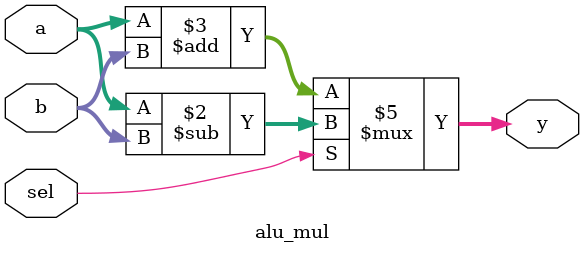
<source format=v>
module alu_mul #(parameter N = 4) (
    input [N-1:0] a, b,
    input sel,
    output reg [N-1:0] y
);
    always @(*) begin
        if(sel) begin
            y <= a - b;
        end
        else begin
            y <= a + b;
        end
    end
endmodule
</source>
